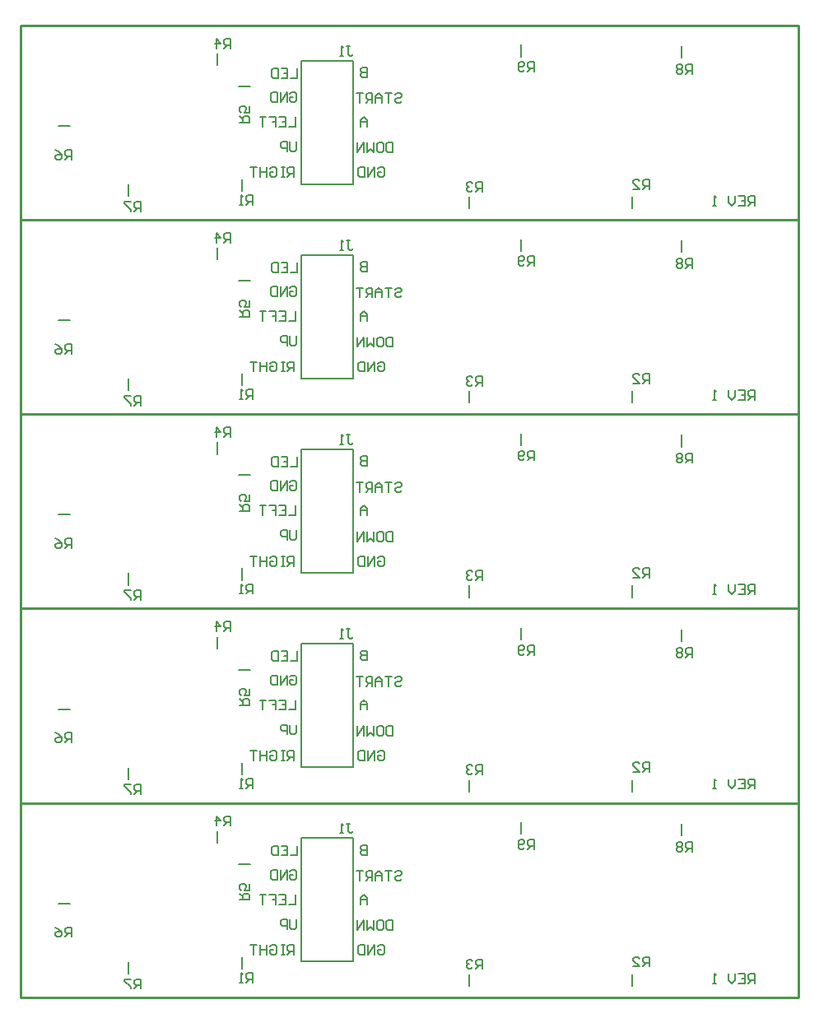
<source format=gbo>
G04 Layer_Color=32896*
%FSLAX24Y24*%
%MOIN*%
G70*
G01*
G75*
%ADD10C,0.0100*%
%ADD23C,0.0079*%
D10*
X54146Y11500D02*
Y50870D01*
X22650D02*
X54146D01*
X22650Y11500D02*
Y50870D01*
Y19374D02*
X54146D01*
X22650Y11500D02*
X54146D01*
Y19374D01*
X22650Y11500D02*
Y19374D01*
Y27248D02*
X54146D01*
X22650Y19374D02*
X54146D01*
Y27248D01*
X22650Y19374D02*
Y27248D01*
Y35122D02*
X54146D01*
X22650Y27248D02*
X54146D01*
Y35122D01*
X22650Y27248D02*
Y35122D01*
Y42996D02*
X54146D01*
X22650Y35122D02*
X54146D01*
Y42996D01*
X22650Y35122D02*
Y42996D01*
Y50870D02*
X54146D01*
X22650Y42996D02*
X54146D01*
Y50870D01*
X22650Y42996D02*
Y50870D01*
D23*
X42900Y18114D02*
Y18586D01*
X49400Y18064D02*
Y18536D01*
X31600Y12664D02*
Y13136D01*
X47400Y11964D02*
Y12436D01*
X40800Y11964D02*
Y12436D01*
X27000Y12464D02*
Y12936D01*
X31464Y16900D02*
X31936D01*
X24164Y15300D02*
X24636D01*
X30600Y17764D02*
Y18236D01*
X34015Y17950D02*
X35300D01*
X34800D02*
X36101D01*
Y12950D02*
Y17950D01*
X34015Y12950D02*
X36101D01*
X34015D02*
Y17950D01*
X35838Y18544D02*
X35969D01*
X35903D01*
Y18216D01*
X35969Y18150D01*
X36034D01*
X36100Y18216D01*
X35706Y18150D02*
X35575D01*
X35641D01*
Y18544D01*
X35706Y18478D01*
X43450Y17500D02*
Y17894D01*
X43253D01*
X43188Y17828D01*
Y17697D01*
X43253Y17631D01*
X43450D01*
X43319D02*
X43188Y17500D01*
X43056Y17566D02*
X42991Y17500D01*
X42860D01*
X42794Y17566D01*
Y17828D01*
X42860Y17894D01*
X42991D01*
X43056Y17828D01*
Y17762D01*
X42991Y17697D01*
X42794D01*
X49850Y17400D02*
Y17794D01*
X49653D01*
X49588Y17728D01*
Y17597D01*
X49653Y17531D01*
X49850D01*
X49719D02*
X49588Y17400D01*
X49456Y17728D02*
X49391Y17794D01*
X49260D01*
X49194Y17728D01*
Y17662D01*
X49260Y17597D01*
X49194Y17531D01*
Y17466D01*
X49260Y17400D01*
X49391D01*
X49456Y17466D01*
Y17531D01*
X49391Y17597D01*
X49456Y17662D01*
Y17728D01*
X49391Y17597D02*
X49260D01*
X32050Y12100D02*
Y12494D01*
X31853D01*
X31788Y12428D01*
Y12297D01*
X31853Y12231D01*
X32050D01*
X31919D02*
X31788Y12100D01*
X31656D02*
X31525D01*
X31591D01*
Y12494D01*
X31656Y12428D01*
X48100Y12750D02*
Y13144D01*
X47903D01*
X47838Y13078D01*
Y12947D01*
X47903Y12881D01*
X48100D01*
X47969D02*
X47838Y12750D01*
X47444D02*
X47706D01*
X47444Y13012D01*
Y13078D01*
X47510Y13144D01*
X47641D01*
X47706Y13078D01*
X41350Y12650D02*
Y13044D01*
X41153D01*
X41088Y12978D01*
Y12847D01*
X41153Y12781D01*
X41350D01*
X41219D02*
X41088Y12650D01*
X40956Y12978D02*
X40891Y13044D01*
X40760D01*
X40694Y12978D01*
Y12912D01*
X40760Y12847D01*
X40825D01*
X40760D01*
X40694Y12781D01*
Y12716D01*
X40760Y12650D01*
X40891D01*
X40956Y12716D01*
X31150Y18450D02*
Y18844D01*
X30953D01*
X30888Y18778D01*
Y18647D01*
X30953Y18581D01*
X31150D01*
X31019D02*
X30888Y18450D01*
X30560D02*
Y18844D01*
X30756Y18647D01*
X30494D01*
X31500Y15450D02*
X31894D01*
Y15647D01*
X31828Y15712D01*
X31697D01*
X31631Y15647D01*
Y15450D01*
Y15581D02*
X31500Y15712D01*
X31894Y16106D02*
Y15844D01*
X31697D01*
X31762Y15975D01*
Y16040D01*
X31697Y16106D01*
X31566D01*
X31500Y16040D01*
Y15909D01*
X31566Y15844D01*
X24700Y13950D02*
Y14344D01*
X24503D01*
X24438Y14278D01*
Y14147D01*
X24503Y14081D01*
X24700D01*
X24569D02*
X24438Y13950D01*
X24044Y14344D02*
X24175Y14278D01*
X24306Y14147D01*
Y14016D01*
X24241Y13950D01*
X24110D01*
X24044Y14016D01*
Y14081D01*
X24110Y14147D01*
X24306D01*
X27500Y11850D02*
Y12244D01*
X27303D01*
X27238Y12178D01*
Y12047D01*
X27303Y11981D01*
X27500D01*
X27369D02*
X27238Y11850D01*
X27106Y12244D02*
X26844D01*
Y12178D01*
X27106Y11916D01*
Y11850D01*
X52371Y12079D02*
Y12472D01*
X52174D01*
X52109Y12407D01*
Y12276D01*
X52174Y12210D01*
X52371D01*
X52240D02*
X52109Y12079D01*
X51715Y12472D02*
X51978D01*
Y12079D01*
X51715D01*
X51978Y12276D02*
X51846D01*
X51584Y12472D02*
Y12210D01*
X51453Y12079D01*
X51322Y12210D01*
Y12472D01*
X50797Y12079D02*
X50666D01*
X50731D01*
Y12472D01*
X50797Y12407D01*
X36671Y17672D02*
Y17279D01*
X36474D01*
X36409Y17344D01*
Y17410D01*
X36474Y17476D01*
X36671D01*
X36474D01*
X36409Y17541D01*
Y17607D01*
X36474Y17672D01*
X36671D01*
X37809Y16557D02*
X37874Y16622D01*
X38006D01*
X38071Y16557D01*
Y16491D01*
X38006Y16426D01*
X37874D01*
X37809Y16360D01*
Y16294D01*
X37874Y16229D01*
X38006D01*
X38071Y16294D01*
X37678Y16622D02*
X37415D01*
X37546D01*
Y16229D01*
X37284D02*
Y16491D01*
X37153Y16622D01*
X37022Y16491D01*
Y16229D01*
Y16426D01*
X37284D01*
X36891Y16229D02*
Y16622D01*
X36694D01*
X36628Y16557D01*
Y16426D01*
X36694Y16360D01*
X36891D01*
X36759D02*
X36628Y16229D01*
X36497Y16622D02*
X36235D01*
X36366D01*
Y16229D01*
X36671Y15279D02*
Y15541D01*
X36540Y15672D01*
X36409Y15541D01*
Y15279D01*
Y15476D01*
X36671D01*
X37721Y14622D02*
Y14229D01*
X37524D01*
X37459Y14294D01*
Y14557D01*
X37524Y14622D01*
X37721D01*
X37131D02*
X37262D01*
X37328Y14557D01*
Y14294D01*
X37262Y14229D01*
X37131D01*
X37065Y14294D01*
Y14557D01*
X37131Y14622D01*
X36934D02*
Y14229D01*
X36803Y14360D01*
X36672Y14229D01*
Y14622D01*
X36541Y14229D02*
Y14622D01*
X36278Y14229D01*
Y14622D01*
X37109Y13557D02*
X37174Y13622D01*
X37306D01*
X37371Y13557D01*
Y13294D01*
X37306Y13229D01*
X37174D01*
X37109Y13294D01*
Y13426D01*
X37240D01*
X36978Y13229D02*
Y13622D01*
X36715Y13229D01*
Y13622D01*
X36584D02*
Y13229D01*
X36387D01*
X36322Y13294D01*
Y13557D01*
X36387Y13622D01*
X36584D01*
X33721Y13229D02*
Y13622D01*
X33524D01*
X33459Y13557D01*
Y13426D01*
X33524Y13360D01*
X33721D01*
X33590D02*
X33459Y13229D01*
X33328Y13622D02*
X33196D01*
X33262D01*
Y13229D01*
X33328D01*
X33196D01*
X32737Y13557D02*
X32803Y13622D01*
X32934D01*
X33000Y13557D01*
Y13294D01*
X32934Y13229D01*
X32803D01*
X32737Y13294D01*
Y13426D01*
X32869D01*
X32606Y13622D02*
Y13229D01*
Y13426D01*
X32344D01*
Y13622D01*
Y13229D01*
X32213Y13622D02*
X31950D01*
X32081D01*
Y13229D01*
X33821Y14672D02*
Y14344D01*
X33756Y14279D01*
X33624D01*
X33559Y14344D01*
Y14672D01*
X33428Y14279D02*
Y14672D01*
X33231D01*
X33165Y14607D01*
Y14476D01*
X33231Y14410D01*
X33428D01*
X33559Y16607D02*
X33624Y16672D01*
X33756D01*
X33821Y16607D01*
Y16344D01*
X33756Y16279D01*
X33624D01*
X33559Y16344D01*
Y16476D01*
X33690D01*
X33428Y16279D02*
Y16672D01*
X33165Y16279D01*
Y16672D01*
X33034D02*
Y16279D01*
X32837D01*
X32772Y16344D01*
Y16607D01*
X32837Y16672D01*
X33034D01*
X33771Y15672D02*
Y15279D01*
X33509D01*
X33115Y15672D02*
X33378D01*
Y15279D01*
X33115D01*
X33378Y15476D02*
X33246D01*
X32722Y15672D02*
X32984D01*
Y15476D01*
X32853D01*
X32984D01*
Y15279D01*
X32591Y15672D02*
X32328D01*
X32459D01*
Y15279D01*
X33850Y17644D02*
Y17250D01*
X33588D01*
X33194Y17644D02*
X33456D01*
Y17250D01*
X33194D01*
X33456Y17447D02*
X33325D01*
X33063Y17644D02*
Y17250D01*
X32866D01*
X32800Y17316D01*
Y17578D01*
X32866Y17644D01*
X33063D01*
X42900Y25988D02*
Y26460D01*
X49400Y25938D02*
Y26410D01*
X31600Y20538D02*
Y21010D01*
X47400Y19838D02*
Y20310D01*
X40800Y19838D02*
Y20310D01*
X27000Y20338D02*
Y20810D01*
X31464Y24774D02*
X31936D01*
X24164Y23174D02*
X24636D01*
X30600Y25638D02*
Y26110D01*
X34015Y25824D02*
X35300D01*
X34800D02*
X36101D01*
Y20824D02*
Y25824D01*
X34015Y20824D02*
X36101D01*
X34015D02*
Y25824D01*
X35838Y26418D02*
X35969D01*
X35903D01*
Y26090D01*
X35969Y26024D01*
X36034D01*
X36100Y26090D01*
X35706Y26024D02*
X35575D01*
X35641D01*
Y26418D01*
X35706Y26352D01*
X43450Y25374D02*
Y25768D01*
X43253D01*
X43188Y25702D01*
Y25571D01*
X43253Y25505D01*
X43450D01*
X43319D02*
X43188Y25374D01*
X43056Y25440D02*
X42991Y25374D01*
X42860D01*
X42794Y25440D01*
Y25702D01*
X42860Y25768D01*
X42991D01*
X43056Y25702D01*
Y25636D01*
X42991Y25571D01*
X42794D01*
X49850Y25274D02*
Y25668D01*
X49653D01*
X49588Y25602D01*
Y25471D01*
X49653Y25405D01*
X49850D01*
X49719D02*
X49588Y25274D01*
X49456Y25602D02*
X49391Y25668D01*
X49260D01*
X49194Y25602D01*
Y25536D01*
X49260Y25471D01*
X49194Y25405D01*
Y25340D01*
X49260Y25274D01*
X49391D01*
X49456Y25340D01*
Y25405D01*
X49391Y25471D01*
X49456Y25536D01*
Y25602D01*
X49391Y25471D02*
X49260D01*
X32050Y19974D02*
Y20368D01*
X31853D01*
X31788Y20302D01*
Y20171D01*
X31853Y20105D01*
X32050D01*
X31919D02*
X31788Y19974D01*
X31656D02*
X31525D01*
X31591D01*
Y20368D01*
X31656Y20302D01*
X48100Y20624D02*
Y21018D01*
X47903D01*
X47838Y20952D01*
Y20821D01*
X47903Y20755D01*
X48100D01*
X47969D02*
X47838Y20624D01*
X47444D02*
X47706D01*
X47444Y20886D01*
Y20952D01*
X47510Y21018D01*
X47641D01*
X47706Y20952D01*
X41350Y20524D02*
Y20918D01*
X41153D01*
X41088Y20852D01*
Y20721D01*
X41153Y20655D01*
X41350D01*
X41219D02*
X41088Y20524D01*
X40956Y20852D02*
X40891Y20918D01*
X40760D01*
X40694Y20852D01*
Y20786D01*
X40760Y20721D01*
X40825D01*
X40760D01*
X40694Y20655D01*
Y20590D01*
X40760Y20524D01*
X40891D01*
X40956Y20590D01*
X31150Y26324D02*
Y26718D01*
X30953D01*
X30888Y26652D01*
Y26521D01*
X30953Y26455D01*
X31150D01*
X31019D02*
X30888Y26324D01*
X30560D02*
Y26718D01*
X30756Y26521D01*
X30494D01*
X31500Y23324D02*
X31894D01*
Y23521D01*
X31828Y23586D01*
X31697D01*
X31631Y23521D01*
Y23324D01*
Y23455D02*
X31500Y23586D01*
X31894Y23980D02*
Y23718D01*
X31697D01*
X31762Y23849D01*
Y23914D01*
X31697Y23980D01*
X31566D01*
X31500Y23914D01*
Y23783D01*
X31566Y23718D01*
X24700Y21824D02*
Y22218D01*
X24503D01*
X24438Y22152D01*
Y22021D01*
X24503Y21955D01*
X24700D01*
X24569D02*
X24438Y21824D01*
X24044Y22218D02*
X24175Y22152D01*
X24306Y22021D01*
Y21890D01*
X24241Y21824D01*
X24110D01*
X24044Y21890D01*
Y21955D01*
X24110Y22021D01*
X24306D01*
X27500Y19724D02*
Y20118D01*
X27303D01*
X27238Y20052D01*
Y19921D01*
X27303Y19855D01*
X27500D01*
X27369D02*
X27238Y19724D01*
X27106Y20118D02*
X26844D01*
Y20052D01*
X27106Y19790D01*
Y19724D01*
X52371Y19953D02*
Y20346D01*
X52174D01*
X52109Y20281D01*
Y20150D01*
X52174Y20084D01*
X52371D01*
X52240D02*
X52109Y19953D01*
X51715Y20346D02*
X51978D01*
Y19953D01*
X51715D01*
X51978Y20150D02*
X51846D01*
X51584Y20346D02*
Y20084D01*
X51453Y19953D01*
X51322Y20084D01*
Y20346D01*
X50797Y19953D02*
X50666D01*
X50731D01*
Y20346D01*
X50797Y20281D01*
X36671Y25546D02*
Y25153D01*
X36474D01*
X36409Y25218D01*
Y25284D01*
X36474Y25350D01*
X36671D01*
X36474D01*
X36409Y25415D01*
Y25481D01*
X36474Y25546D01*
X36671D01*
X37809Y24431D02*
X37874Y24496D01*
X38006D01*
X38071Y24431D01*
Y24365D01*
X38006Y24300D01*
X37874D01*
X37809Y24234D01*
Y24168D01*
X37874Y24103D01*
X38006D01*
X38071Y24168D01*
X37678Y24496D02*
X37415D01*
X37546D01*
Y24103D01*
X37284D02*
Y24365D01*
X37153Y24496D01*
X37022Y24365D01*
Y24103D01*
Y24300D01*
X37284D01*
X36891Y24103D02*
Y24496D01*
X36694D01*
X36628Y24431D01*
Y24300D01*
X36694Y24234D01*
X36891D01*
X36759D02*
X36628Y24103D01*
X36497Y24496D02*
X36235D01*
X36366D01*
Y24103D01*
X36671Y23153D02*
Y23415D01*
X36540Y23546D01*
X36409Y23415D01*
Y23153D01*
Y23350D01*
X36671D01*
X37721Y22496D02*
Y22103D01*
X37524D01*
X37459Y22168D01*
Y22431D01*
X37524Y22496D01*
X37721D01*
X37131D02*
X37262D01*
X37328Y22431D01*
Y22168D01*
X37262Y22103D01*
X37131D01*
X37065Y22168D01*
Y22431D01*
X37131Y22496D01*
X36934D02*
Y22103D01*
X36803Y22234D01*
X36672Y22103D01*
Y22496D01*
X36541Y22103D02*
Y22496D01*
X36278Y22103D01*
Y22496D01*
X37109Y21431D02*
X37174Y21496D01*
X37306D01*
X37371Y21431D01*
Y21168D01*
X37306Y21103D01*
X37174D01*
X37109Y21168D01*
Y21300D01*
X37240D01*
X36978Y21103D02*
Y21496D01*
X36715Y21103D01*
Y21496D01*
X36584D02*
Y21103D01*
X36387D01*
X36322Y21168D01*
Y21431D01*
X36387Y21496D01*
X36584D01*
X33721Y21103D02*
Y21496D01*
X33524D01*
X33459Y21431D01*
Y21300D01*
X33524Y21234D01*
X33721D01*
X33590D02*
X33459Y21103D01*
X33328Y21496D02*
X33196D01*
X33262D01*
Y21103D01*
X33328D01*
X33196D01*
X32737Y21431D02*
X32803Y21496D01*
X32934D01*
X33000Y21431D01*
Y21168D01*
X32934Y21103D01*
X32803D01*
X32737Y21168D01*
Y21300D01*
X32869D01*
X32606Y21496D02*
Y21103D01*
Y21300D01*
X32344D01*
Y21496D01*
Y21103D01*
X32213Y21496D02*
X31950D01*
X32081D01*
Y21103D01*
X33821Y22546D02*
Y22218D01*
X33756Y22153D01*
X33624D01*
X33559Y22218D01*
Y22546D01*
X33428Y22153D02*
Y22546D01*
X33231D01*
X33165Y22481D01*
Y22350D01*
X33231Y22284D01*
X33428D01*
X33559Y24481D02*
X33624Y24546D01*
X33756D01*
X33821Y24481D01*
Y24218D01*
X33756Y24153D01*
X33624D01*
X33559Y24218D01*
Y24350D01*
X33690D01*
X33428Y24153D02*
Y24546D01*
X33165Y24153D01*
Y24546D01*
X33034D02*
Y24153D01*
X32837D01*
X32772Y24218D01*
Y24481D01*
X32837Y24546D01*
X33034D01*
X33771Y23546D02*
Y23153D01*
X33509D01*
X33115Y23546D02*
X33378D01*
Y23153D01*
X33115D01*
X33378Y23350D02*
X33246D01*
X32722Y23546D02*
X32984D01*
Y23350D01*
X32853D01*
X32984D01*
Y23153D01*
X32591Y23546D02*
X32328D01*
X32459D01*
Y23153D01*
X33850Y25518D02*
Y25124D01*
X33588D01*
X33194Y25518D02*
X33456D01*
Y25124D01*
X33194D01*
X33456Y25321D02*
X33325D01*
X33063Y25518D02*
Y25124D01*
X32866D01*
X32800Y25190D01*
Y25452D01*
X32866Y25518D01*
X33063D01*
X42900Y33862D02*
Y34334D01*
X49400Y33812D02*
Y34284D01*
X31600Y28412D02*
Y28884D01*
X47400Y27712D02*
Y28184D01*
X40800Y27712D02*
Y28184D01*
X27000Y28212D02*
Y28684D01*
X31464Y32648D02*
X31936D01*
X24164Y31048D02*
X24636D01*
X30600Y33512D02*
Y33984D01*
X34015Y33698D02*
X35300D01*
X34800D02*
X36101D01*
Y28698D02*
Y33698D01*
X34015Y28698D02*
X36101D01*
X34015D02*
Y33698D01*
X35838Y34292D02*
X35969D01*
X35903D01*
Y33964D01*
X35969Y33898D01*
X36034D01*
X36100Y33964D01*
X35706Y33898D02*
X35575D01*
X35641D01*
Y34292D01*
X35706Y34226D01*
X43450Y33248D02*
Y33642D01*
X43253D01*
X43188Y33576D01*
Y33445D01*
X43253Y33379D01*
X43450D01*
X43319D02*
X43188Y33248D01*
X43056Y33314D02*
X42991Y33248D01*
X42860D01*
X42794Y33314D01*
Y33576D01*
X42860Y33642D01*
X42991D01*
X43056Y33576D01*
Y33510D01*
X42991Y33445D01*
X42794D01*
X49850Y33148D02*
Y33542D01*
X49653D01*
X49588Y33476D01*
Y33345D01*
X49653Y33279D01*
X49850D01*
X49719D02*
X49588Y33148D01*
X49456Y33476D02*
X49391Y33542D01*
X49260D01*
X49194Y33476D01*
Y33410D01*
X49260Y33345D01*
X49194Y33279D01*
Y33214D01*
X49260Y33148D01*
X49391D01*
X49456Y33214D01*
Y33279D01*
X49391Y33345D01*
X49456Y33410D01*
Y33476D01*
X49391Y33345D02*
X49260D01*
X32050Y27848D02*
Y28242D01*
X31853D01*
X31788Y28176D01*
Y28045D01*
X31853Y27979D01*
X32050D01*
X31919D02*
X31788Y27848D01*
X31656D02*
X31525D01*
X31591D01*
Y28242D01*
X31656Y28176D01*
X48100Y28498D02*
Y28892D01*
X47903D01*
X47838Y28826D01*
Y28695D01*
X47903Y28629D01*
X48100D01*
X47969D02*
X47838Y28498D01*
X47444D02*
X47706D01*
X47444Y28760D01*
Y28826D01*
X47510Y28892D01*
X47641D01*
X47706Y28826D01*
X41350Y28398D02*
Y28792D01*
X41153D01*
X41088Y28726D01*
Y28595D01*
X41153Y28529D01*
X41350D01*
X41219D02*
X41088Y28398D01*
X40956Y28726D02*
X40891Y28792D01*
X40760D01*
X40694Y28726D01*
Y28660D01*
X40760Y28595D01*
X40825D01*
X40760D01*
X40694Y28529D01*
Y28464D01*
X40760Y28398D01*
X40891D01*
X40956Y28464D01*
X31150Y34198D02*
Y34592D01*
X30953D01*
X30888Y34526D01*
Y34395D01*
X30953Y34329D01*
X31150D01*
X31019D02*
X30888Y34198D01*
X30560D02*
Y34592D01*
X30756Y34395D01*
X30494D01*
X31500Y31198D02*
X31894D01*
Y31395D01*
X31828Y31460D01*
X31697D01*
X31631Y31395D01*
Y31198D01*
Y31329D02*
X31500Y31460D01*
X31894Y31854D02*
Y31592D01*
X31697D01*
X31762Y31723D01*
Y31788D01*
X31697Y31854D01*
X31566D01*
X31500Y31788D01*
Y31657D01*
X31566Y31592D01*
X24700Y29698D02*
Y30092D01*
X24503D01*
X24438Y30026D01*
Y29895D01*
X24503Y29829D01*
X24700D01*
X24569D02*
X24438Y29698D01*
X24044Y30092D02*
X24175Y30026D01*
X24306Y29895D01*
Y29764D01*
X24241Y29698D01*
X24110D01*
X24044Y29764D01*
Y29829D01*
X24110Y29895D01*
X24306D01*
X27500Y27598D02*
Y27992D01*
X27303D01*
X27238Y27926D01*
Y27795D01*
X27303Y27729D01*
X27500D01*
X27369D02*
X27238Y27598D01*
X27106Y27992D02*
X26844D01*
Y27926D01*
X27106Y27664D01*
Y27598D01*
X52371Y27827D02*
Y28220D01*
X52174D01*
X52109Y28155D01*
Y28024D01*
X52174Y27958D01*
X52371D01*
X52240D02*
X52109Y27827D01*
X51715Y28220D02*
X51978D01*
Y27827D01*
X51715D01*
X51978Y28024D02*
X51846D01*
X51584Y28220D02*
Y27958D01*
X51453Y27827D01*
X51322Y27958D01*
Y28220D01*
X50797Y27827D02*
X50666D01*
X50731D01*
Y28220D01*
X50797Y28155D01*
X36671Y33420D02*
Y33027D01*
X36474D01*
X36409Y33092D01*
Y33158D01*
X36474Y33224D01*
X36671D01*
X36474D01*
X36409Y33289D01*
Y33355D01*
X36474Y33420D01*
X36671D01*
X37809Y32305D02*
X37874Y32370D01*
X38006D01*
X38071Y32305D01*
Y32239D01*
X38006Y32174D01*
X37874D01*
X37809Y32108D01*
Y32042D01*
X37874Y31977D01*
X38006D01*
X38071Y32042D01*
X37678Y32370D02*
X37415D01*
X37546D01*
Y31977D01*
X37284D02*
Y32239D01*
X37153Y32370D01*
X37022Y32239D01*
Y31977D01*
Y32174D01*
X37284D01*
X36891Y31977D02*
Y32370D01*
X36694D01*
X36628Y32305D01*
Y32174D01*
X36694Y32108D01*
X36891D01*
X36759D02*
X36628Y31977D01*
X36497Y32370D02*
X36235D01*
X36366D01*
Y31977D01*
X36671Y31027D02*
Y31289D01*
X36540Y31420D01*
X36409Y31289D01*
Y31027D01*
Y31224D01*
X36671D01*
X37721Y30370D02*
Y29977D01*
X37524D01*
X37459Y30042D01*
Y30305D01*
X37524Y30370D01*
X37721D01*
X37131D02*
X37262D01*
X37328Y30305D01*
Y30042D01*
X37262Y29977D01*
X37131D01*
X37065Y30042D01*
Y30305D01*
X37131Y30370D01*
X36934D02*
Y29977D01*
X36803Y30108D01*
X36672Y29977D01*
Y30370D01*
X36541Y29977D02*
Y30370D01*
X36278Y29977D01*
Y30370D01*
X37109Y29305D02*
X37174Y29370D01*
X37306D01*
X37371Y29305D01*
Y29042D01*
X37306Y28977D01*
X37174D01*
X37109Y29042D01*
Y29174D01*
X37240D01*
X36978Y28977D02*
Y29370D01*
X36715Y28977D01*
Y29370D01*
X36584D02*
Y28977D01*
X36387D01*
X36322Y29042D01*
Y29305D01*
X36387Y29370D01*
X36584D01*
X33721Y28977D02*
Y29370D01*
X33524D01*
X33459Y29305D01*
Y29174D01*
X33524Y29108D01*
X33721D01*
X33590D02*
X33459Y28977D01*
X33328Y29370D02*
X33196D01*
X33262D01*
Y28977D01*
X33328D01*
X33196D01*
X32737Y29305D02*
X32803Y29370D01*
X32934D01*
X33000Y29305D01*
Y29042D01*
X32934Y28977D01*
X32803D01*
X32737Y29042D01*
Y29174D01*
X32869D01*
X32606Y29370D02*
Y28977D01*
Y29174D01*
X32344D01*
Y29370D01*
Y28977D01*
X32213Y29370D02*
X31950D01*
X32081D01*
Y28977D01*
X33821Y30420D02*
Y30092D01*
X33756Y30027D01*
X33624D01*
X33559Y30092D01*
Y30420D01*
X33428Y30027D02*
Y30420D01*
X33231D01*
X33165Y30355D01*
Y30224D01*
X33231Y30158D01*
X33428D01*
X33559Y32355D02*
X33624Y32420D01*
X33756D01*
X33821Y32355D01*
Y32092D01*
X33756Y32027D01*
X33624D01*
X33559Y32092D01*
Y32224D01*
X33690D01*
X33428Y32027D02*
Y32420D01*
X33165Y32027D01*
Y32420D01*
X33034D02*
Y32027D01*
X32837D01*
X32772Y32092D01*
Y32355D01*
X32837Y32420D01*
X33034D01*
X33771Y31420D02*
Y31027D01*
X33509D01*
X33115Y31420D02*
X33378D01*
Y31027D01*
X33115D01*
X33378Y31224D02*
X33246D01*
X32722Y31420D02*
X32984D01*
Y31224D01*
X32853D01*
X32984D01*
Y31027D01*
X32591Y31420D02*
X32328D01*
X32459D01*
Y31027D01*
X33850Y33392D02*
Y32998D01*
X33588D01*
X33194Y33392D02*
X33456D01*
Y32998D01*
X33194D01*
X33456Y33195D02*
X33325D01*
X33063Y33392D02*
Y32998D01*
X32866D01*
X32800Y33064D01*
Y33326D01*
X32866Y33392D01*
X33063D01*
X42900Y41736D02*
Y42208D01*
X49400Y41686D02*
Y42158D01*
X31600Y36286D02*
Y36758D01*
X47400Y35586D02*
Y36058D01*
X40800Y35586D02*
Y36058D01*
X27000Y36086D02*
Y36558D01*
X31464Y40522D02*
X31936D01*
X24164Y38922D02*
X24636D01*
X30600Y41386D02*
Y41858D01*
X34015Y41572D02*
X35300D01*
X34800D02*
X36101D01*
Y36572D02*
Y41572D01*
X34015Y36572D02*
X36101D01*
X34015D02*
Y41572D01*
X35838Y42166D02*
X35969D01*
X35903D01*
Y41838D01*
X35969Y41772D01*
X36034D01*
X36100Y41838D01*
X35706Y41772D02*
X35575D01*
X35641D01*
Y42166D01*
X35706Y42100D01*
X43450Y41122D02*
Y41516D01*
X43253D01*
X43188Y41450D01*
Y41319D01*
X43253Y41253D01*
X43450D01*
X43319D02*
X43188Y41122D01*
X43056Y41188D02*
X42991Y41122D01*
X42860D01*
X42794Y41188D01*
Y41450D01*
X42860Y41516D01*
X42991D01*
X43056Y41450D01*
Y41384D01*
X42991Y41319D01*
X42794D01*
X49850Y41022D02*
Y41416D01*
X49653D01*
X49588Y41350D01*
Y41219D01*
X49653Y41153D01*
X49850D01*
X49719D02*
X49588Y41022D01*
X49456Y41350D02*
X49391Y41416D01*
X49260D01*
X49194Y41350D01*
Y41284D01*
X49260Y41219D01*
X49194Y41153D01*
Y41088D01*
X49260Y41022D01*
X49391D01*
X49456Y41088D01*
Y41153D01*
X49391Y41219D01*
X49456Y41284D01*
Y41350D01*
X49391Y41219D02*
X49260D01*
X32050Y35722D02*
Y36116D01*
X31853D01*
X31788Y36050D01*
Y35919D01*
X31853Y35853D01*
X32050D01*
X31919D02*
X31788Y35722D01*
X31656D02*
X31525D01*
X31591D01*
Y36116D01*
X31656Y36050D01*
X48100Y36372D02*
Y36766D01*
X47903D01*
X47838Y36700D01*
Y36569D01*
X47903Y36503D01*
X48100D01*
X47969D02*
X47838Y36372D01*
X47444D02*
X47706D01*
X47444Y36634D01*
Y36700D01*
X47510Y36766D01*
X47641D01*
X47706Y36700D01*
X41350Y36272D02*
Y36666D01*
X41153D01*
X41088Y36600D01*
Y36469D01*
X41153Y36403D01*
X41350D01*
X41219D02*
X41088Y36272D01*
X40956Y36600D02*
X40891Y36666D01*
X40760D01*
X40694Y36600D01*
Y36534D01*
X40760Y36469D01*
X40825D01*
X40760D01*
X40694Y36403D01*
Y36338D01*
X40760Y36272D01*
X40891D01*
X40956Y36338D01*
X31150Y42072D02*
Y42466D01*
X30953D01*
X30888Y42400D01*
Y42269D01*
X30953Y42203D01*
X31150D01*
X31019D02*
X30888Y42072D01*
X30560D02*
Y42466D01*
X30756Y42269D01*
X30494D01*
X31500Y39072D02*
X31894D01*
Y39269D01*
X31828Y39334D01*
X31697D01*
X31631Y39269D01*
Y39072D01*
Y39203D02*
X31500Y39334D01*
X31894Y39728D02*
Y39466D01*
X31697D01*
X31762Y39597D01*
Y39662D01*
X31697Y39728D01*
X31566D01*
X31500Y39662D01*
Y39531D01*
X31566Y39466D01*
X24700Y37572D02*
Y37966D01*
X24503D01*
X24438Y37900D01*
Y37769D01*
X24503Y37703D01*
X24700D01*
X24569D02*
X24438Y37572D01*
X24044Y37966D02*
X24175Y37900D01*
X24306Y37769D01*
Y37638D01*
X24241Y37572D01*
X24110D01*
X24044Y37638D01*
Y37703D01*
X24110Y37769D01*
X24306D01*
X27500Y35472D02*
Y35866D01*
X27303D01*
X27238Y35800D01*
Y35669D01*
X27303Y35603D01*
X27500D01*
X27369D02*
X27238Y35472D01*
X27106Y35866D02*
X26844D01*
Y35800D01*
X27106Y35538D01*
Y35472D01*
X52371Y35701D02*
Y36094D01*
X52174D01*
X52109Y36029D01*
Y35898D01*
X52174Y35832D01*
X52371D01*
X52240D02*
X52109Y35701D01*
X51715Y36094D02*
X51978D01*
Y35701D01*
X51715D01*
X51978Y35898D02*
X51846D01*
X51584Y36094D02*
Y35832D01*
X51453Y35701D01*
X51322Y35832D01*
Y36094D01*
X50797Y35701D02*
X50666D01*
X50731D01*
Y36094D01*
X50797Y36029D01*
X36671Y41294D02*
Y40901D01*
X36474D01*
X36409Y40966D01*
Y41032D01*
X36474Y41098D01*
X36671D01*
X36474D01*
X36409Y41163D01*
Y41229D01*
X36474Y41294D01*
X36671D01*
X37809Y40179D02*
X37874Y40244D01*
X38006D01*
X38071Y40179D01*
Y40113D01*
X38006Y40048D01*
X37874D01*
X37809Y39982D01*
Y39916D01*
X37874Y39851D01*
X38006D01*
X38071Y39916D01*
X37678Y40244D02*
X37415D01*
X37546D01*
Y39851D01*
X37284D02*
Y40113D01*
X37153Y40244D01*
X37022Y40113D01*
Y39851D01*
Y40048D01*
X37284D01*
X36891Y39851D02*
Y40244D01*
X36694D01*
X36628Y40179D01*
Y40048D01*
X36694Y39982D01*
X36891D01*
X36759D02*
X36628Y39851D01*
X36497Y40244D02*
X36235D01*
X36366D01*
Y39851D01*
X36671Y38901D02*
Y39163D01*
X36540Y39294D01*
X36409Y39163D01*
Y38901D01*
Y39098D01*
X36671D01*
X37721Y38244D02*
Y37851D01*
X37524D01*
X37459Y37916D01*
Y38179D01*
X37524Y38244D01*
X37721D01*
X37131D02*
X37262D01*
X37328Y38179D01*
Y37916D01*
X37262Y37851D01*
X37131D01*
X37065Y37916D01*
Y38179D01*
X37131Y38244D01*
X36934D02*
Y37851D01*
X36803Y37982D01*
X36672Y37851D01*
Y38244D01*
X36541Y37851D02*
Y38244D01*
X36278Y37851D01*
Y38244D01*
X37109Y37179D02*
X37174Y37244D01*
X37306D01*
X37371Y37179D01*
Y36916D01*
X37306Y36851D01*
X37174D01*
X37109Y36916D01*
Y37048D01*
X37240D01*
X36978Y36851D02*
Y37244D01*
X36715Y36851D01*
Y37244D01*
X36584D02*
Y36851D01*
X36387D01*
X36322Y36916D01*
Y37179D01*
X36387Y37244D01*
X36584D01*
X33721Y36851D02*
Y37244D01*
X33524D01*
X33459Y37179D01*
Y37048D01*
X33524Y36982D01*
X33721D01*
X33590D02*
X33459Y36851D01*
X33328Y37244D02*
X33196D01*
X33262D01*
Y36851D01*
X33328D01*
X33196D01*
X32737Y37179D02*
X32803Y37244D01*
X32934D01*
X33000Y37179D01*
Y36916D01*
X32934Y36851D01*
X32803D01*
X32737Y36916D01*
Y37048D01*
X32869D01*
X32606Y37244D02*
Y36851D01*
Y37048D01*
X32344D01*
Y37244D01*
Y36851D01*
X32213Y37244D02*
X31950D01*
X32081D01*
Y36851D01*
X33821Y38294D02*
Y37966D01*
X33756Y37901D01*
X33624D01*
X33559Y37966D01*
Y38294D01*
X33428Y37901D02*
Y38294D01*
X33231D01*
X33165Y38229D01*
Y38098D01*
X33231Y38032D01*
X33428D01*
X33559Y40229D02*
X33624Y40294D01*
X33756D01*
X33821Y40229D01*
Y39966D01*
X33756Y39901D01*
X33624D01*
X33559Y39966D01*
Y40098D01*
X33690D01*
X33428Y39901D02*
Y40294D01*
X33165Y39901D01*
Y40294D01*
X33034D02*
Y39901D01*
X32837D01*
X32772Y39966D01*
Y40229D01*
X32837Y40294D01*
X33034D01*
X33771Y39294D02*
Y38901D01*
X33509D01*
X33115Y39294D02*
X33378D01*
Y38901D01*
X33115D01*
X33378Y39098D02*
X33246D01*
X32722Y39294D02*
X32984D01*
Y39098D01*
X32853D01*
X32984D01*
Y38901D01*
X32591Y39294D02*
X32328D01*
X32459D01*
Y38901D01*
X33850Y41266D02*
Y40872D01*
X33588D01*
X33194Y41266D02*
X33456D01*
Y40872D01*
X33194D01*
X33456Y41069D02*
X33325D01*
X33063Y41266D02*
Y40872D01*
X32866D01*
X32800Y40938D01*
Y41200D01*
X32866Y41266D01*
X33063D01*
X42900Y49610D02*
Y50082D01*
X49400Y49560D02*
Y50032D01*
X31600Y44160D02*
Y44632D01*
X47400Y43460D02*
Y43932D01*
X40800Y43460D02*
Y43932D01*
X27000Y43960D02*
Y44432D01*
X31464Y48396D02*
X31936D01*
X24164Y46796D02*
X24636D01*
X30600Y49260D02*
Y49732D01*
X34015Y49446D02*
X35300D01*
X34800D02*
X36101D01*
Y44446D02*
Y49446D01*
X34015Y44446D02*
X36101D01*
X34015D02*
Y49446D01*
X35838Y50040D02*
X35969D01*
X35903D01*
Y49712D01*
X35969Y49646D01*
X36034D01*
X36100Y49712D01*
X35706Y49646D02*
X35575D01*
X35641D01*
Y50040D01*
X35706Y49974D01*
X43450Y48996D02*
Y49390D01*
X43253D01*
X43188Y49324D01*
Y49193D01*
X43253Y49127D01*
X43450D01*
X43319D02*
X43188Y48996D01*
X43056Y49062D02*
X42991Y48996D01*
X42860D01*
X42794Y49062D01*
Y49324D01*
X42860Y49390D01*
X42991D01*
X43056Y49324D01*
Y49258D01*
X42991Y49193D01*
X42794D01*
X49850Y48896D02*
Y49290D01*
X49653D01*
X49588Y49224D01*
Y49093D01*
X49653Y49027D01*
X49850D01*
X49719D02*
X49588Y48896D01*
X49456Y49224D02*
X49391Y49290D01*
X49260D01*
X49194Y49224D01*
Y49158D01*
X49260Y49093D01*
X49194Y49027D01*
Y48962D01*
X49260Y48896D01*
X49391D01*
X49456Y48962D01*
Y49027D01*
X49391Y49093D01*
X49456Y49158D01*
Y49224D01*
X49391Y49093D02*
X49260D01*
X32050Y43596D02*
Y43990D01*
X31853D01*
X31788Y43924D01*
Y43793D01*
X31853Y43727D01*
X32050D01*
X31919D02*
X31788Y43596D01*
X31656D02*
X31525D01*
X31591D01*
Y43990D01*
X31656Y43924D01*
X48100Y44246D02*
Y44640D01*
X47903D01*
X47838Y44574D01*
Y44443D01*
X47903Y44377D01*
X48100D01*
X47969D02*
X47838Y44246D01*
X47444D02*
X47706D01*
X47444Y44508D01*
Y44574D01*
X47510Y44640D01*
X47641D01*
X47706Y44574D01*
X41350Y44146D02*
Y44540D01*
X41153D01*
X41088Y44474D01*
Y44343D01*
X41153Y44277D01*
X41350D01*
X41219D02*
X41088Y44146D01*
X40956Y44474D02*
X40891Y44540D01*
X40760D01*
X40694Y44474D01*
Y44408D01*
X40760Y44343D01*
X40825D01*
X40760D01*
X40694Y44277D01*
Y44212D01*
X40760Y44146D01*
X40891D01*
X40956Y44212D01*
X31150Y49946D02*
Y50340D01*
X30953D01*
X30888Y50274D01*
Y50143D01*
X30953Y50077D01*
X31150D01*
X31019D02*
X30888Y49946D01*
X30560D02*
Y50340D01*
X30756Y50143D01*
X30494D01*
X31500Y46946D02*
X31894D01*
Y47143D01*
X31828Y47208D01*
X31697D01*
X31631Y47143D01*
Y46946D01*
Y47077D02*
X31500Y47208D01*
X31894Y47602D02*
Y47340D01*
X31697D01*
X31762Y47471D01*
Y47536D01*
X31697Y47602D01*
X31566D01*
X31500Y47536D01*
Y47405D01*
X31566Y47340D01*
X24700Y45446D02*
Y45840D01*
X24503D01*
X24438Y45774D01*
Y45643D01*
X24503Y45577D01*
X24700D01*
X24569D02*
X24438Y45446D01*
X24044Y45840D02*
X24175Y45774D01*
X24306Y45643D01*
Y45512D01*
X24241Y45446D01*
X24110D01*
X24044Y45512D01*
Y45577D01*
X24110Y45643D01*
X24306D01*
X27500Y43346D02*
Y43740D01*
X27303D01*
X27238Y43674D01*
Y43543D01*
X27303Y43477D01*
X27500D01*
X27369D02*
X27238Y43346D01*
X27106Y43740D02*
X26844D01*
Y43674D01*
X27106Y43412D01*
Y43346D01*
X52371Y43575D02*
Y43968D01*
X52174D01*
X52109Y43903D01*
Y43772D01*
X52174Y43706D01*
X52371D01*
X52240D02*
X52109Y43575D01*
X51715Y43968D02*
X51978D01*
Y43575D01*
X51715D01*
X51978Y43772D02*
X51846D01*
X51584Y43968D02*
Y43706D01*
X51453Y43575D01*
X51322Y43706D01*
Y43968D01*
X50797Y43575D02*
X50666D01*
X50731D01*
Y43968D01*
X50797Y43903D01*
X36671Y49168D02*
Y48775D01*
X36474D01*
X36409Y48840D01*
Y48906D01*
X36474Y48972D01*
X36671D01*
X36474D01*
X36409Y49037D01*
Y49103D01*
X36474Y49168D01*
X36671D01*
X37809Y48053D02*
X37874Y48118D01*
X38006D01*
X38071Y48053D01*
Y47987D01*
X38006Y47922D01*
X37874D01*
X37809Y47856D01*
Y47790D01*
X37874Y47725D01*
X38006D01*
X38071Y47790D01*
X37678Y48118D02*
X37415D01*
X37546D01*
Y47725D01*
X37284D02*
Y47987D01*
X37153Y48118D01*
X37022Y47987D01*
Y47725D01*
Y47922D01*
X37284D01*
X36891Y47725D02*
Y48118D01*
X36694D01*
X36628Y48053D01*
Y47922D01*
X36694Y47856D01*
X36891D01*
X36759D02*
X36628Y47725D01*
X36497Y48118D02*
X36235D01*
X36366D01*
Y47725D01*
X36671Y46775D02*
Y47037D01*
X36540Y47168D01*
X36409Y47037D01*
Y46775D01*
Y46972D01*
X36671D01*
X37721Y46118D02*
Y45725D01*
X37524D01*
X37459Y45790D01*
Y46053D01*
X37524Y46118D01*
X37721D01*
X37131D02*
X37262D01*
X37328Y46053D01*
Y45790D01*
X37262Y45725D01*
X37131D01*
X37065Y45790D01*
Y46053D01*
X37131Y46118D01*
X36934D02*
Y45725D01*
X36803Y45856D01*
X36672Y45725D01*
Y46118D01*
X36541Y45725D02*
Y46118D01*
X36278Y45725D01*
Y46118D01*
X37109Y45053D02*
X37174Y45118D01*
X37306D01*
X37371Y45053D01*
Y44790D01*
X37306Y44725D01*
X37174D01*
X37109Y44790D01*
Y44922D01*
X37240D01*
X36978Y44725D02*
Y45118D01*
X36715Y44725D01*
Y45118D01*
X36584D02*
Y44725D01*
X36387D01*
X36322Y44790D01*
Y45053D01*
X36387Y45118D01*
X36584D01*
X33721Y44725D02*
Y45118D01*
X33524D01*
X33459Y45053D01*
Y44922D01*
X33524Y44856D01*
X33721D01*
X33590D02*
X33459Y44725D01*
X33328Y45118D02*
X33196D01*
X33262D01*
Y44725D01*
X33328D01*
X33196D01*
X32737Y45053D02*
X32803Y45118D01*
X32934D01*
X33000Y45053D01*
Y44790D01*
X32934Y44725D01*
X32803D01*
X32737Y44790D01*
Y44922D01*
X32869D01*
X32606Y45118D02*
Y44725D01*
Y44922D01*
X32344D01*
Y45118D01*
Y44725D01*
X32213Y45118D02*
X31950D01*
X32081D01*
Y44725D01*
X33821Y46168D02*
Y45840D01*
X33756Y45775D01*
X33624D01*
X33559Y45840D01*
Y46168D01*
X33428Y45775D02*
Y46168D01*
X33231D01*
X33165Y46103D01*
Y45972D01*
X33231Y45906D01*
X33428D01*
X33559Y48103D02*
X33624Y48168D01*
X33756D01*
X33821Y48103D01*
Y47840D01*
X33756Y47775D01*
X33624D01*
X33559Y47840D01*
Y47972D01*
X33690D01*
X33428Y47775D02*
Y48168D01*
X33165Y47775D01*
Y48168D01*
X33034D02*
Y47775D01*
X32837D01*
X32772Y47840D01*
Y48103D01*
X32837Y48168D01*
X33034D01*
X33771Y47168D02*
Y46775D01*
X33509D01*
X33115Y47168D02*
X33378D01*
Y46775D01*
X33115D01*
X33378Y46972D02*
X33246D01*
X32722Y47168D02*
X32984D01*
Y46972D01*
X32853D01*
X32984D01*
Y46775D01*
X32591Y47168D02*
X32328D01*
X32459D01*
Y46775D01*
X33850Y49140D02*
Y48746D01*
X33588D01*
X33194Y49140D02*
X33456D01*
Y48746D01*
X33194D01*
X33456Y48943D02*
X33325D01*
X33063Y49140D02*
Y48746D01*
X32866D01*
X32800Y48812D01*
Y49074D01*
X32866Y49140D01*
X33063D01*
M02*

</source>
